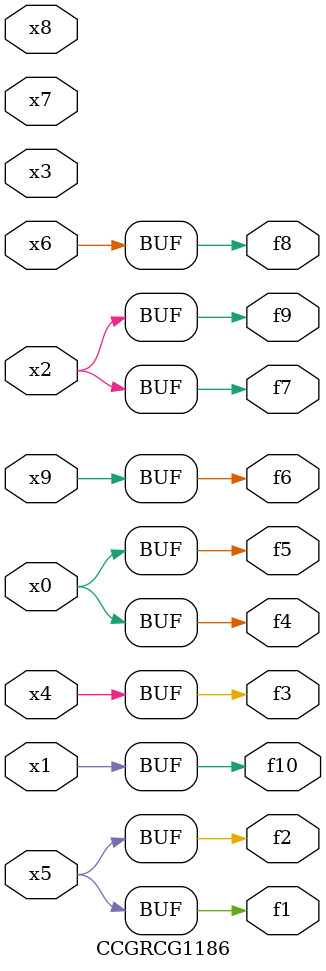
<source format=v>
module CCGRCG1186(
	input x0, x1, x2, x3, x4, x5, x6, x7, x8, x9,
	output f1, f2, f3, f4, f5, f6, f7, f8, f9, f10
);
	assign f1 = x5;
	assign f2 = x5;
	assign f3 = x4;
	assign f4 = x0;
	assign f5 = x0;
	assign f6 = x9;
	assign f7 = x2;
	assign f8 = x6;
	assign f9 = x2;
	assign f10 = x1;
endmodule

</source>
